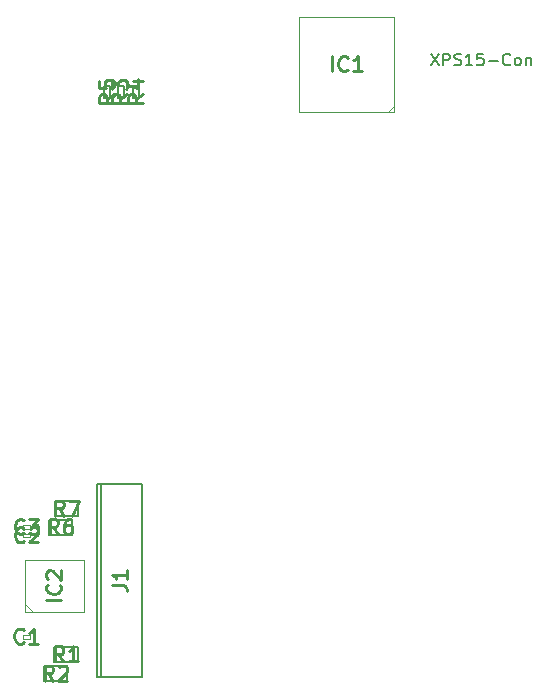
<source format=gbr>
%TF.GenerationSoftware,KiCad,Pcbnew,(5.1.6)-1*%
%TF.CreationDate,2022-01-15T22:49:59+01:00*%
%TF.ProjectId,XPS15,58505331-352e-46b6-9963-61645f706362,rev?*%
%TF.SameCoordinates,Original*%
%TF.FileFunction,Other,Fab,Top*%
%FSLAX46Y46*%
G04 Gerber Fmt 4.6, Leading zero omitted, Abs format (unit mm)*
G04 Created by KiCad (PCBNEW (5.1.6)-1) date 2022-01-15 22:49:59*
%MOMM*%
%LPD*%
G01*
G04 APERTURE LIST*
%ADD10C,0.200000*%
%ADD11C,0.100000*%
%ADD12C,0.254000*%
%ADD13C,0.150000*%
G04 APERTURE END LIST*
D10*
%TO.C,R7*%
X139215620Y-117655500D02*
X137215620Y-117655500D01*
X137215620Y-117655500D02*
X137215620Y-116405500D01*
X137215620Y-116405500D02*
X139215620Y-116405500D01*
X139215620Y-116405500D02*
X139215620Y-117655500D01*
%TO.C,R6*%
X138730480Y-119212520D02*
X136730480Y-119212520D01*
X136730480Y-119212520D02*
X136730480Y-117962520D01*
X136730480Y-117962520D02*
X138730480Y-117962520D01*
X138730480Y-117962520D02*
X138730480Y-119212520D01*
%TO.C,R2*%
X138305800Y-131625500D02*
X136305800Y-131625500D01*
X136305800Y-131625500D02*
X136305800Y-130375500D01*
X136305800Y-130375500D02*
X138305800Y-130375500D01*
X138305800Y-130375500D02*
X138305800Y-131625500D01*
%TO.C,R1*%
X139180060Y-130002440D02*
X137180060Y-130002440D01*
X137180060Y-130002440D02*
X137180060Y-128752440D01*
X137180060Y-128752440D02*
X139180060Y-128752440D01*
X139180060Y-128752440D02*
X139180060Y-130002440D01*
D11*
%TO.C,IC2*%
X135345860Y-125741520D02*
X134695860Y-125091520D01*
X139695860Y-125741520D02*
X134695860Y-125741520D01*
X139695860Y-121341520D02*
X139695860Y-125741520D01*
X134695860Y-121341520D02*
X139695860Y-121341520D01*
X134695860Y-125741520D02*
X134695860Y-121341520D01*
%TO.C,C3*%
X134545860Y-118743520D02*
X134545860Y-118443520D01*
X135145860Y-118743520D02*
X134545860Y-118743520D01*
X135145860Y-118443520D02*
X135145860Y-118743520D01*
X134545860Y-118443520D02*
X135145860Y-118443520D01*
%TO.C,C2*%
X135145860Y-119153520D02*
X135145860Y-119453520D01*
X134545860Y-119153520D02*
X135145860Y-119153520D01*
X134545860Y-119453520D02*
X134545860Y-119153520D01*
X135145860Y-119453520D02*
X134545860Y-119453520D01*
%TO.C,C1*%
X134515860Y-128023520D02*
X134515860Y-127723520D01*
X135115860Y-128023520D02*
X134515860Y-128023520D01*
X135115860Y-127723520D02*
X135115860Y-128023520D01*
X134515860Y-127723520D02*
X135115860Y-127723520D01*
D10*
%TO.C,J1*%
X141150000Y-131290000D02*
X141150000Y-114890000D01*
X141150000Y-114890000D02*
X144600000Y-114890000D01*
X144600000Y-114890000D02*
X144600000Y-131290000D01*
X144600000Y-131290000D02*
X141150000Y-131290000D01*
X141150000Y-131290000D02*
X141150000Y-114890000D01*
X141150000Y-114890000D02*
X140800000Y-114890000D01*
X140800000Y-114890000D02*
X140800000Y-131290000D01*
X140800000Y-131290000D02*
X141150000Y-131290000D01*
D11*
%TO.C,IC1*%
X165930080Y-83405480D02*
X157930080Y-83405480D01*
X157930080Y-83405480D02*
X157930080Y-75405480D01*
X157930080Y-75405480D02*
X165930080Y-75405480D01*
X165930080Y-75405480D02*
X165930080Y-83405480D01*
X165930080Y-82905480D02*
X165430080Y-83405480D01*
D10*
%TO.C,R5*%
X141405800Y-82212380D02*
X141405800Y-81212380D01*
X141405800Y-81212380D02*
X141905800Y-81212380D01*
X141905800Y-81212380D02*
X141905800Y-82212380D01*
X141905800Y-82212380D02*
X141405800Y-82212380D01*
%TO.C,R4*%
X143875240Y-82211900D02*
X143875240Y-81211900D01*
X143875240Y-81211900D02*
X144375240Y-81211900D01*
X144375240Y-81211900D02*
X144375240Y-82211900D01*
X144375240Y-82211900D02*
X143875240Y-82211900D01*
%TO.C,R3*%
X142558960Y-82211800D02*
X142558960Y-81211800D01*
X142558960Y-81211800D02*
X143058960Y-81211800D01*
X143058960Y-81211800D02*
X143058960Y-82211800D01*
X143058960Y-82211800D02*
X142558960Y-82211800D01*
%TD*%
%TO.C,R7*%
D12*
X138003953Y-117605023D02*
X137580620Y-117000261D01*
X137278239Y-117605023D02*
X137278239Y-116335023D01*
X137762048Y-116335023D01*
X137883000Y-116395500D01*
X137943477Y-116455976D01*
X138003953Y-116576928D01*
X138003953Y-116758357D01*
X137943477Y-116879309D01*
X137883000Y-116939785D01*
X137762048Y-117000261D01*
X137278239Y-117000261D01*
X138427286Y-116335023D02*
X139273953Y-116335023D01*
X138729667Y-117605023D01*
%TO.C,R6*%
X137518813Y-119162043D02*
X137095480Y-118557281D01*
X136793099Y-119162043D02*
X136793099Y-117892043D01*
X137276908Y-117892043D01*
X137397860Y-117952520D01*
X137458337Y-118012996D01*
X137518813Y-118133948D01*
X137518813Y-118315377D01*
X137458337Y-118436329D01*
X137397860Y-118496805D01*
X137276908Y-118557281D01*
X136793099Y-118557281D01*
X138607384Y-117892043D02*
X138365480Y-117892043D01*
X138244527Y-117952520D01*
X138184051Y-118012996D01*
X138063099Y-118194424D01*
X138002622Y-118436329D01*
X138002622Y-118920139D01*
X138063099Y-119041091D01*
X138123575Y-119101567D01*
X138244527Y-119162043D01*
X138486432Y-119162043D01*
X138607384Y-119101567D01*
X138667860Y-119041091D01*
X138728337Y-118920139D01*
X138728337Y-118617758D01*
X138667860Y-118496805D01*
X138607384Y-118436329D01*
X138486432Y-118375853D01*
X138244527Y-118375853D01*
X138123575Y-118436329D01*
X138063099Y-118496805D01*
X138002622Y-118617758D01*
%TO.C,R2*%
X137094133Y-131575023D02*
X136670800Y-130970261D01*
X136368419Y-131575023D02*
X136368419Y-130305023D01*
X136852228Y-130305023D01*
X136973180Y-130365500D01*
X137033657Y-130425976D01*
X137094133Y-130546928D01*
X137094133Y-130728357D01*
X137033657Y-130849309D01*
X136973180Y-130909785D01*
X136852228Y-130970261D01*
X136368419Y-130970261D01*
X137577942Y-130425976D02*
X137638419Y-130365500D01*
X137759371Y-130305023D01*
X138061752Y-130305023D01*
X138182704Y-130365500D01*
X138243180Y-130425976D01*
X138303657Y-130546928D01*
X138303657Y-130667880D01*
X138243180Y-130849309D01*
X137517466Y-131575023D01*
X138303657Y-131575023D01*
%TO.C,R1*%
X137968393Y-129951963D02*
X137545060Y-129347201D01*
X137242679Y-129951963D02*
X137242679Y-128681963D01*
X137726488Y-128681963D01*
X137847440Y-128742440D01*
X137907917Y-128802916D01*
X137968393Y-128923868D01*
X137968393Y-129105297D01*
X137907917Y-129226249D01*
X137847440Y-129286725D01*
X137726488Y-129347201D01*
X137242679Y-129347201D01*
X139177917Y-129951963D02*
X138452202Y-129951963D01*
X138815060Y-129951963D02*
X138815060Y-128681963D01*
X138694107Y-128863392D01*
X138573155Y-128984344D01*
X138452202Y-129044820D01*
%TO.C,IC2*%
X137770383Y-124781281D02*
X136500383Y-124781281D01*
X137649431Y-123450805D02*
X137709907Y-123511281D01*
X137770383Y-123692710D01*
X137770383Y-123813662D01*
X137709907Y-123995091D01*
X137588955Y-124116043D01*
X137468002Y-124176520D01*
X137226098Y-124236996D01*
X137044669Y-124236996D01*
X136802764Y-124176520D01*
X136681812Y-124116043D01*
X136560860Y-123995091D01*
X136500383Y-123813662D01*
X136500383Y-123692710D01*
X136560860Y-123511281D01*
X136621336Y-123450805D01*
X136621336Y-122966996D02*
X136560860Y-122906520D01*
X136500383Y-122785567D01*
X136500383Y-122483186D01*
X136560860Y-122362234D01*
X136621336Y-122301758D01*
X136742288Y-122241281D01*
X136863240Y-122241281D01*
X137044669Y-122301758D01*
X137770383Y-123027472D01*
X137770383Y-122241281D01*
%TO.C,C3*%
X134634193Y-119047091D02*
X134573717Y-119107567D01*
X134392288Y-119168043D01*
X134271336Y-119168043D01*
X134089907Y-119107567D01*
X133968955Y-118986615D01*
X133908479Y-118865662D01*
X133848002Y-118623758D01*
X133848002Y-118442329D01*
X133908479Y-118200424D01*
X133968955Y-118079472D01*
X134089907Y-117958520D01*
X134271336Y-117898043D01*
X134392288Y-117898043D01*
X134573717Y-117958520D01*
X134634193Y-118018996D01*
X135057526Y-117898043D02*
X135843717Y-117898043D01*
X135420383Y-118381853D01*
X135601812Y-118381853D01*
X135722764Y-118442329D01*
X135783240Y-118502805D01*
X135843717Y-118623758D01*
X135843717Y-118926139D01*
X135783240Y-119047091D01*
X135722764Y-119107567D01*
X135601812Y-119168043D01*
X135238955Y-119168043D01*
X135118002Y-119107567D01*
X135057526Y-119047091D01*
%TO.C,C2*%
X134634193Y-119757091D02*
X134573717Y-119817567D01*
X134392288Y-119878043D01*
X134271336Y-119878043D01*
X134089907Y-119817567D01*
X133968955Y-119696615D01*
X133908479Y-119575662D01*
X133848002Y-119333758D01*
X133848002Y-119152329D01*
X133908479Y-118910424D01*
X133968955Y-118789472D01*
X134089907Y-118668520D01*
X134271336Y-118608043D01*
X134392288Y-118608043D01*
X134573717Y-118668520D01*
X134634193Y-118728996D01*
X135118002Y-118728996D02*
X135178479Y-118668520D01*
X135299431Y-118608043D01*
X135601812Y-118608043D01*
X135722764Y-118668520D01*
X135783240Y-118728996D01*
X135843717Y-118849948D01*
X135843717Y-118970900D01*
X135783240Y-119152329D01*
X135057526Y-119878043D01*
X135843717Y-119878043D01*
%TO.C,C1*%
X134604193Y-128327091D02*
X134543717Y-128387567D01*
X134362288Y-128448043D01*
X134241336Y-128448043D01*
X134059907Y-128387567D01*
X133938955Y-128266615D01*
X133878479Y-128145662D01*
X133818002Y-127903758D01*
X133818002Y-127722329D01*
X133878479Y-127480424D01*
X133938955Y-127359472D01*
X134059907Y-127238520D01*
X134241336Y-127178043D01*
X134362288Y-127178043D01*
X134543717Y-127238520D01*
X134604193Y-127298996D01*
X135813717Y-128448043D02*
X135088002Y-128448043D01*
X135450860Y-128448043D02*
X135450860Y-127178043D01*
X135329907Y-127359472D01*
X135208955Y-127480424D01*
X135088002Y-127540900D01*
%TO.C,J1*%
X142079523Y-123513333D02*
X142986666Y-123513333D01*
X143168095Y-123573809D01*
X143289047Y-123694761D01*
X143349523Y-123876190D01*
X143349523Y-123997142D01*
X143349523Y-122243333D02*
X143349523Y-122969047D01*
X143349523Y-122606190D02*
X142079523Y-122606190D01*
X142260952Y-122727142D01*
X142381904Y-122848095D01*
X142442380Y-122969047D01*
%TO.C,IC1*%
X160690318Y-79980003D02*
X160690318Y-78710003D01*
X162020794Y-79859051D02*
X161960318Y-79919527D01*
X161778889Y-79980003D01*
X161657937Y-79980003D01*
X161476508Y-79919527D01*
X161355556Y-79798575D01*
X161295080Y-79677622D01*
X161234603Y-79435718D01*
X161234603Y-79254289D01*
X161295080Y-79012384D01*
X161355556Y-78891432D01*
X161476508Y-78770480D01*
X161657937Y-78710003D01*
X161778889Y-78710003D01*
X161960318Y-78770480D01*
X162020794Y-78830956D01*
X163230318Y-79980003D02*
X162504603Y-79980003D01*
X162867460Y-79980003D02*
X162867460Y-78710003D01*
X162746508Y-78891432D01*
X162625556Y-79012384D01*
X162504603Y-79072860D01*
%TO.C,R5*%
X142230323Y-81924046D02*
X141625561Y-82347380D01*
X142230323Y-82649760D02*
X140960323Y-82649760D01*
X140960323Y-82165951D01*
X141020800Y-82044999D01*
X141081276Y-81984522D01*
X141202228Y-81924046D01*
X141383657Y-81924046D01*
X141504609Y-81984522D01*
X141565085Y-82044999D01*
X141625561Y-82165951D01*
X141625561Y-82649760D01*
X140960323Y-80774999D02*
X140960323Y-81379760D01*
X141565085Y-81440237D01*
X141504609Y-81379760D01*
X141444133Y-81258808D01*
X141444133Y-80956427D01*
X141504609Y-80835475D01*
X141565085Y-80774999D01*
X141686038Y-80714522D01*
X141988419Y-80714522D01*
X142109371Y-80774999D01*
X142169847Y-80835475D01*
X142230323Y-80956427D01*
X142230323Y-81258808D01*
X142169847Y-81379760D01*
X142109371Y-81440237D01*
%TO.C,R4*%
X144699763Y-81923566D02*
X144095001Y-82346900D01*
X144699763Y-82649280D02*
X143429763Y-82649280D01*
X143429763Y-82165471D01*
X143490240Y-82044519D01*
X143550716Y-81984042D01*
X143671668Y-81923566D01*
X143853097Y-81923566D01*
X143974049Y-81984042D01*
X144034525Y-82044519D01*
X144095001Y-82165471D01*
X144095001Y-82649280D01*
X143853097Y-80834995D02*
X144699763Y-80834995D01*
X143369287Y-81137376D02*
X144276430Y-81439757D01*
X144276430Y-80653566D01*
%TO.C,R3*%
X143383483Y-81923466D02*
X142778721Y-82346800D01*
X143383483Y-82649180D02*
X142113483Y-82649180D01*
X142113483Y-82165371D01*
X142173960Y-82044419D01*
X142234436Y-81983942D01*
X142355388Y-81923466D01*
X142536817Y-81923466D01*
X142657769Y-81983942D01*
X142718245Y-82044419D01*
X142778721Y-82165371D01*
X142778721Y-82649180D01*
X142113483Y-81500133D02*
X142113483Y-80713942D01*
X142597293Y-81137276D01*
X142597293Y-80955847D01*
X142657769Y-80834895D01*
X142718245Y-80774419D01*
X142839198Y-80713942D01*
X143141579Y-80713942D01*
X143262531Y-80774419D01*
X143323007Y-80834895D01*
X143383483Y-80955847D01*
X143383483Y-81318704D01*
X143323007Y-81439657D01*
X143262531Y-81500133D01*
%TO.C,U2*%
D13*
X169064285Y-78492380D02*
X169730952Y-79492380D01*
X169730952Y-78492380D02*
X169064285Y-79492380D01*
X170111904Y-79492380D02*
X170111904Y-78492380D01*
X170492857Y-78492380D01*
X170588095Y-78540000D01*
X170635714Y-78587619D01*
X170683333Y-78682857D01*
X170683333Y-78825714D01*
X170635714Y-78920952D01*
X170588095Y-78968571D01*
X170492857Y-79016190D01*
X170111904Y-79016190D01*
X171064285Y-79444761D02*
X171207142Y-79492380D01*
X171445238Y-79492380D01*
X171540476Y-79444761D01*
X171588095Y-79397142D01*
X171635714Y-79301904D01*
X171635714Y-79206666D01*
X171588095Y-79111428D01*
X171540476Y-79063809D01*
X171445238Y-79016190D01*
X171254761Y-78968571D01*
X171159523Y-78920952D01*
X171111904Y-78873333D01*
X171064285Y-78778095D01*
X171064285Y-78682857D01*
X171111904Y-78587619D01*
X171159523Y-78540000D01*
X171254761Y-78492380D01*
X171492857Y-78492380D01*
X171635714Y-78540000D01*
X172588095Y-79492380D02*
X172016666Y-79492380D01*
X172302380Y-79492380D02*
X172302380Y-78492380D01*
X172207142Y-78635238D01*
X172111904Y-78730476D01*
X172016666Y-78778095D01*
X173492857Y-78492380D02*
X173016666Y-78492380D01*
X172969047Y-78968571D01*
X173016666Y-78920952D01*
X173111904Y-78873333D01*
X173350000Y-78873333D01*
X173445238Y-78920952D01*
X173492857Y-78968571D01*
X173540476Y-79063809D01*
X173540476Y-79301904D01*
X173492857Y-79397142D01*
X173445238Y-79444761D01*
X173350000Y-79492380D01*
X173111904Y-79492380D01*
X173016666Y-79444761D01*
X172969047Y-79397142D01*
X173969047Y-79111428D02*
X174730952Y-79111428D01*
X175778571Y-79397142D02*
X175730952Y-79444761D01*
X175588095Y-79492380D01*
X175492857Y-79492380D01*
X175350000Y-79444761D01*
X175254761Y-79349523D01*
X175207142Y-79254285D01*
X175159523Y-79063809D01*
X175159523Y-78920952D01*
X175207142Y-78730476D01*
X175254761Y-78635238D01*
X175350000Y-78540000D01*
X175492857Y-78492380D01*
X175588095Y-78492380D01*
X175730952Y-78540000D01*
X175778571Y-78587619D01*
X176350000Y-79492380D02*
X176254761Y-79444761D01*
X176207142Y-79397142D01*
X176159523Y-79301904D01*
X176159523Y-79016190D01*
X176207142Y-78920952D01*
X176254761Y-78873333D01*
X176350000Y-78825714D01*
X176492857Y-78825714D01*
X176588095Y-78873333D01*
X176635714Y-78920952D01*
X176683333Y-79016190D01*
X176683333Y-79301904D01*
X176635714Y-79397142D01*
X176588095Y-79444761D01*
X176492857Y-79492380D01*
X176350000Y-79492380D01*
X177111904Y-78825714D02*
X177111904Y-79492380D01*
X177111904Y-78920952D02*
X177159523Y-78873333D01*
X177254761Y-78825714D01*
X177397619Y-78825714D01*
X177492857Y-78873333D01*
X177540476Y-78968571D01*
X177540476Y-79492380D01*
%TD*%
M02*

</source>
